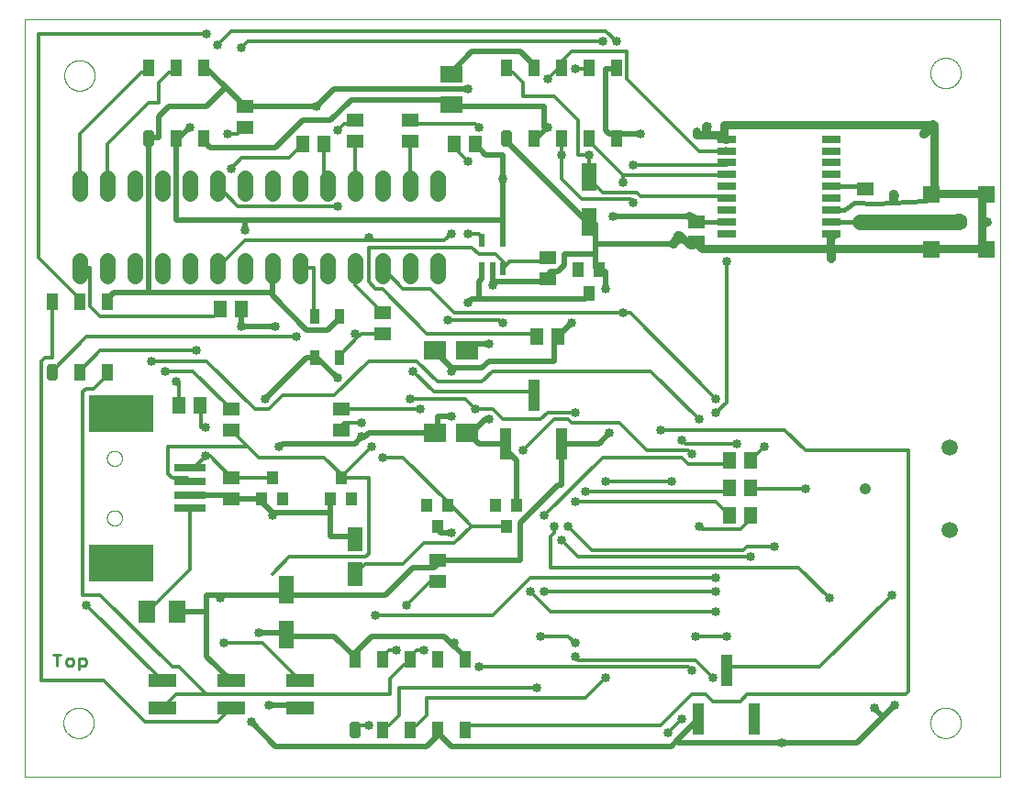
<source format=gbr>
G75*
%MOIN*%
%OFA0B0*%
%FSLAX25Y25*%
%IPPOS*%
%LPD*%
%AMOC8*
5,1,8,0,0,1.08239X$1,22.5*
%
%ADD10C,0.00000*%
%ADD11C,0.01000*%
%ADD12C,0.05562*%
%ADD13R,0.05512X0.10236*%
%ADD14R,0.03937X0.04724*%
%ADD15R,0.06299X0.07874*%
%ADD16R,0.07874X0.06299*%
%ADD17R,0.10000X0.05000*%
%ADD18R,0.03937X0.11811*%
%ADD19R,0.03937X0.05906*%
%ADD20C,0.01969*%
%ADD21R,0.07100X0.02800*%
%ADD22R,0.05906X0.05118*%
%ADD23R,0.06299X0.04724*%
%ADD24R,0.05118X0.05906*%
%ADD25R,0.05512X0.08661*%
%ADD26R,0.03937X0.05512*%
%ADD27R,0.08465X0.07087*%
%ADD28C,0.06299*%
%ADD29R,0.06299X0.06299*%
%ADD30R,0.02200X0.05000*%
%ADD31R,0.03543X0.05512*%
%ADD32C,0.05906*%
%ADD33C,0.04173*%
%ADD34R,0.23780X0.13386*%
%ADD35R,0.11811X0.02756*%
%ADD36C,0.03000*%
%ADD37C,0.01600*%
%ADD38C,0.03346*%
%ADD39C,0.03200*%
%ADD40C,0.02000*%
%ADD41C,0.01181*%
%ADD42C,0.05600*%
D10*
X0055902Y0001256D02*
X0055902Y0276846D01*
X0410233Y0276846D01*
X0410233Y0001256D01*
X0055902Y0001256D01*
X0070075Y0020941D02*
X0070077Y0021089D01*
X0070083Y0021237D01*
X0070093Y0021385D01*
X0070107Y0021532D01*
X0070125Y0021679D01*
X0070146Y0021825D01*
X0070172Y0021971D01*
X0070202Y0022116D01*
X0070235Y0022260D01*
X0070273Y0022403D01*
X0070314Y0022545D01*
X0070359Y0022686D01*
X0070407Y0022826D01*
X0070460Y0022965D01*
X0070516Y0023102D01*
X0070576Y0023237D01*
X0070639Y0023371D01*
X0070706Y0023503D01*
X0070777Y0023633D01*
X0070851Y0023761D01*
X0070928Y0023887D01*
X0071009Y0024011D01*
X0071093Y0024133D01*
X0071180Y0024252D01*
X0071271Y0024369D01*
X0071365Y0024484D01*
X0071461Y0024596D01*
X0071561Y0024706D01*
X0071663Y0024812D01*
X0071769Y0024916D01*
X0071877Y0025017D01*
X0071988Y0025115D01*
X0072101Y0025211D01*
X0072217Y0025303D01*
X0072335Y0025392D01*
X0072456Y0025477D01*
X0072579Y0025560D01*
X0072704Y0025639D01*
X0072831Y0025715D01*
X0072960Y0025787D01*
X0073091Y0025856D01*
X0073224Y0025921D01*
X0073359Y0025982D01*
X0073495Y0026040D01*
X0073632Y0026095D01*
X0073771Y0026145D01*
X0073912Y0026192D01*
X0074053Y0026235D01*
X0074196Y0026275D01*
X0074340Y0026310D01*
X0074484Y0026342D01*
X0074630Y0026369D01*
X0074776Y0026393D01*
X0074923Y0026413D01*
X0075070Y0026429D01*
X0075217Y0026441D01*
X0075365Y0026449D01*
X0075513Y0026453D01*
X0075661Y0026453D01*
X0075809Y0026449D01*
X0075957Y0026441D01*
X0076104Y0026429D01*
X0076251Y0026413D01*
X0076398Y0026393D01*
X0076544Y0026369D01*
X0076690Y0026342D01*
X0076834Y0026310D01*
X0076978Y0026275D01*
X0077121Y0026235D01*
X0077262Y0026192D01*
X0077403Y0026145D01*
X0077542Y0026095D01*
X0077679Y0026040D01*
X0077815Y0025982D01*
X0077950Y0025921D01*
X0078083Y0025856D01*
X0078214Y0025787D01*
X0078343Y0025715D01*
X0078470Y0025639D01*
X0078595Y0025560D01*
X0078718Y0025477D01*
X0078839Y0025392D01*
X0078957Y0025303D01*
X0079073Y0025211D01*
X0079186Y0025115D01*
X0079297Y0025017D01*
X0079405Y0024916D01*
X0079511Y0024812D01*
X0079613Y0024706D01*
X0079713Y0024596D01*
X0079809Y0024484D01*
X0079903Y0024369D01*
X0079994Y0024252D01*
X0080081Y0024133D01*
X0080165Y0024011D01*
X0080246Y0023887D01*
X0080323Y0023761D01*
X0080397Y0023633D01*
X0080468Y0023503D01*
X0080535Y0023371D01*
X0080598Y0023237D01*
X0080658Y0023102D01*
X0080714Y0022965D01*
X0080767Y0022826D01*
X0080815Y0022686D01*
X0080860Y0022545D01*
X0080901Y0022403D01*
X0080939Y0022260D01*
X0080972Y0022116D01*
X0081002Y0021971D01*
X0081028Y0021825D01*
X0081049Y0021679D01*
X0081067Y0021532D01*
X0081081Y0021385D01*
X0081091Y0021237D01*
X0081097Y0021089D01*
X0081099Y0020941D01*
X0081097Y0020793D01*
X0081091Y0020645D01*
X0081081Y0020497D01*
X0081067Y0020350D01*
X0081049Y0020203D01*
X0081028Y0020057D01*
X0081002Y0019911D01*
X0080972Y0019766D01*
X0080939Y0019622D01*
X0080901Y0019479D01*
X0080860Y0019337D01*
X0080815Y0019196D01*
X0080767Y0019056D01*
X0080714Y0018917D01*
X0080658Y0018780D01*
X0080598Y0018645D01*
X0080535Y0018511D01*
X0080468Y0018379D01*
X0080397Y0018249D01*
X0080323Y0018121D01*
X0080246Y0017995D01*
X0080165Y0017871D01*
X0080081Y0017749D01*
X0079994Y0017630D01*
X0079903Y0017513D01*
X0079809Y0017398D01*
X0079713Y0017286D01*
X0079613Y0017176D01*
X0079511Y0017070D01*
X0079405Y0016966D01*
X0079297Y0016865D01*
X0079186Y0016767D01*
X0079073Y0016671D01*
X0078957Y0016579D01*
X0078839Y0016490D01*
X0078718Y0016405D01*
X0078595Y0016322D01*
X0078470Y0016243D01*
X0078343Y0016167D01*
X0078214Y0016095D01*
X0078083Y0016026D01*
X0077950Y0015961D01*
X0077815Y0015900D01*
X0077679Y0015842D01*
X0077542Y0015787D01*
X0077403Y0015737D01*
X0077262Y0015690D01*
X0077121Y0015647D01*
X0076978Y0015607D01*
X0076834Y0015572D01*
X0076690Y0015540D01*
X0076544Y0015513D01*
X0076398Y0015489D01*
X0076251Y0015469D01*
X0076104Y0015453D01*
X0075957Y0015441D01*
X0075809Y0015433D01*
X0075661Y0015429D01*
X0075513Y0015429D01*
X0075365Y0015433D01*
X0075217Y0015441D01*
X0075070Y0015453D01*
X0074923Y0015469D01*
X0074776Y0015489D01*
X0074630Y0015513D01*
X0074484Y0015540D01*
X0074340Y0015572D01*
X0074196Y0015607D01*
X0074053Y0015647D01*
X0073912Y0015690D01*
X0073771Y0015737D01*
X0073632Y0015787D01*
X0073495Y0015842D01*
X0073359Y0015900D01*
X0073224Y0015961D01*
X0073091Y0016026D01*
X0072960Y0016095D01*
X0072831Y0016167D01*
X0072704Y0016243D01*
X0072579Y0016322D01*
X0072456Y0016405D01*
X0072335Y0016490D01*
X0072217Y0016579D01*
X0072101Y0016671D01*
X0071988Y0016767D01*
X0071877Y0016865D01*
X0071769Y0016966D01*
X0071663Y0017070D01*
X0071561Y0017176D01*
X0071461Y0017286D01*
X0071365Y0017398D01*
X0071271Y0017513D01*
X0071180Y0017630D01*
X0071093Y0017749D01*
X0071009Y0017871D01*
X0070928Y0017995D01*
X0070851Y0018121D01*
X0070777Y0018249D01*
X0070706Y0018379D01*
X0070639Y0018511D01*
X0070576Y0018645D01*
X0070516Y0018780D01*
X0070460Y0018917D01*
X0070407Y0019056D01*
X0070359Y0019196D01*
X0070314Y0019337D01*
X0070273Y0019479D01*
X0070235Y0019622D01*
X0070202Y0019766D01*
X0070172Y0019911D01*
X0070146Y0020057D01*
X0070125Y0020203D01*
X0070107Y0020350D01*
X0070093Y0020497D01*
X0070083Y0020645D01*
X0070077Y0020793D01*
X0070075Y0020941D01*
X0085863Y0095429D02*
X0085865Y0095534D01*
X0085871Y0095639D01*
X0085881Y0095743D01*
X0085895Y0095847D01*
X0085913Y0095951D01*
X0085935Y0096053D01*
X0085960Y0096155D01*
X0085990Y0096256D01*
X0086023Y0096355D01*
X0086060Y0096453D01*
X0086101Y0096550D01*
X0086146Y0096645D01*
X0086194Y0096738D01*
X0086245Y0096830D01*
X0086301Y0096919D01*
X0086359Y0097006D01*
X0086421Y0097091D01*
X0086485Y0097174D01*
X0086553Y0097254D01*
X0086624Y0097331D01*
X0086698Y0097405D01*
X0086775Y0097477D01*
X0086854Y0097546D01*
X0086936Y0097611D01*
X0087020Y0097674D01*
X0087107Y0097733D01*
X0087196Y0097789D01*
X0087287Y0097842D01*
X0087380Y0097891D01*
X0087474Y0097936D01*
X0087570Y0097978D01*
X0087668Y0098016D01*
X0087767Y0098050D01*
X0087868Y0098081D01*
X0087969Y0098107D01*
X0088072Y0098130D01*
X0088175Y0098149D01*
X0088279Y0098164D01*
X0088383Y0098175D01*
X0088488Y0098182D01*
X0088593Y0098185D01*
X0088698Y0098184D01*
X0088803Y0098179D01*
X0088907Y0098170D01*
X0089011Y0098157D01*
X0089115Y0098140D01*
X0089218Y0098119D01*
X0089320Y0098094D01*
X0089421Y0098066D01*
X0089520Y0098033D01*
X0089619Y0097997D01*
X0089716Y0097957D01*
X0089811Y0097914D01*
X0089905Y0097866D01*
X0089997Y0097816D01*
X0090087Y0097762D01*
X0090175Y0097704D01*
X0090260Y0097643D01*
X0090343Y0097579D01*
X0090424Y0097512D01*
X0090502Y0097442D01*
X0090577Y0097368D01*
X0090649Y0097293D01*
X0090719Y0097214D01*
X0090785Y0097133D01*
X0090849Y0097049D01*
X0090909Y0096963D01*
X0090965Y0096875D01*
X0091019Y0096784D01*
X0091069Y0096692D01*
X0091115Y0096598D01*
X0091158Y0096502D01*
X0091197Y0096404D01*
X0091232Y0096306D01*
X0091263Y0096205D01*
X0091291Y0096104D01*
X0091315Y0096002D01*
X0091335Y0095899D01*
X0091351Y0095795D01*
X0091363Y0095691D01*
X0091371Y0095586D01*
X0091375Y0095481D01*
X0091375Y0095377D01*
X0091371Y0095272D01*
X0091363Y0095167D01*
X0091351Y0095063D01*
X0091335Y0094959D01*
X0091315Y0094856D01*
X0091291Y0094754D01*
X0091263Y0094653D01*
X0091232Y0094552D01*
X0091197Y0094454D01*
X0091158Y0094356D01*
X0091115Y0094260D01*
X0091069Y0094166D01*
X0091019Y0094074D01*
X0090965Y0093983D01*
X0090909Y0093895D01*
X0090849Y0093809D01*
X0090785Y0093725D01*
X0090719Y0093644D01*
X0090649Y0093565D01*
X0090577Y0093490D01*
X0090502Y0093416D01*
X0090424Y0093346D01*
X0090343Y0093279D01*
X0090260Y0093215D01*
X0090175Y0093154D01*
X0090087Y0093096D01*
X0089997Y0093042D01*
X0089905Y0092992D01*
X0089811Y0092944D01*
X0089716Y0092901D01*
X0089619Y0092861D01*
X0089520Y0092825D01*
X0089421Y0092792D01*
X0089320Y0092764D01*
X0089218Y0092739D01*
X0089115Y0092718D01*
X0089011Y0092701D01*
X0088907Y0092688D01*
X0088803Y0092679D01*
X0088698Y0092674D01*
X0088593Y0092673D01*
X0088488Y0092676D01*
X0088383Y0092683D01*
X0088279Y0092694D01*
X0088175Y0092709D01*
X0088072Y0092728D01*
X0087969Y0092751D01*
X0087868Y0092777D01*
X0087767Y0092808D01*
X0087668Y0092842D01*
X0087570Y0092880D01*
X0087474Y0092922D01*
X0087380Y0092967D01*
X0087287Y0093016D01*
X0087196Y0093069D01*
X0087107Y0093125D01*
X0087020Y0093184D01*
X0086936Y0093247D01*
X0086854Y0093312D01*
X0086775Y0093381D01*
X0086698Y0093453D01*
X0086624Y0093527D01*
X0086553Y0093604D01*
X0086485Y0093684D01*
X0086421Y0093767D01*
X0086359Y0093852D01*
X0086301Y0093939D01*
X0086245Y0094028D01*
X0086194Y0094120D01*
X0086146Y0094213D01*
X0086101Y0094308D01*
X0086060Y0094405D01*
X0086023Y0094503D01*
X0085990Y0094602D01*
X0085960Y0094703D01*
X0085935Y0094805D01*
X0085913Y0094907D01*
X0085895Y0095011D01*
X0085881Y0095115D01*
X0085871Y0095219D01*
X0085865Y0095324D01*
X0085863Y0095429D01*
X0085863Y0117083D02*
X0085865Y0117188D01*
X0085871Y0117293D01*
X0085881Y0117397D01*
X0085895Y0117501D01*
X0085913Y0117605D01*
X0085935Y0117707D01*
X0085960Y0117809D01*
X0085990Y0117910D01*
X0086023Y0118009D01*
X0086060Y0118107D01*
X0086101Y0118204D01*
X0086146Y0118299D01*
X0086194Y0118392D01*
X0086245Y0118484D01*
X0086301Y0118573D01*
X0086359Y0118660D01*
X0086421Y0118745D01*
X0086485Y0118828D01*
X0086553Y0118908D01*
X0086624Y0118985D01*
X0086698Y0119059D01*
X0086775Y0119131D01*
X0086854Y0119200D01*
X0086936Y0119265D01*
X0087020Y0119328D01*
X0087107Y0119387D01*
X0087196Y0119443D01*
X0087287Y0119496D01*
X0087380Y0119545D01*
X0087474Y0119590D01*
X0087570Y0119632D01*
X0087668Y0119670D01*
X0087767Y0119704D01*
X0087868Y0119735D01*
X0087969Y0119761D01*
X0088072Y0119784D01*
X0088175Y0119803D01*
X0088279Y0119818D01*
X0088383Y0119829D01*
X0088488Y0119836D01*
X0088593Y0119839D01*
X0088698Y0119838D01*
X0088803Y0119833D01*
X0088907Y0119824D01*
X0089011Y0119811D01*
X0089115Y0119794D01*
X0089218Y0119773D01*
X0089320Y0119748D01*
X0089421Y0119720D01*
X0089520Y0119687D01*
X0089619Y0119651D01*
X0089716Y0119611D01*
X0089811Y0119568D01*
X0089905Y0119520D01*
X0089997Y0119470D01*
X0090087Y0119416D01*
X0090175Y0119358D01*
X0090260Y0119297D01*
X0090343Y0119233D01*
X0090424Y0119166D01*
X0090502Y0119096D01*
X0090577Y0119022D01*
X0090649Y0118947D01*
X0090719Y0118868D01*
X0090785Y0118787D01*
X0090849Y0118703D01*
X0090909Y0118617D01*
X0090965Y0118529D01*
X0091019Y0118438D01*
X0091069Y0118346D01*
X0091115Y0118252D01*
X0091158Y0118156D01*
X0091197Y0118058D01*
X0091232Y0117960D01*
X0091263Y0117859D01*
X0091291Y0117758D01*
X0091315Y0117656D01*
X0091335Y0117553D01*
X0091351Y0117449D01*
X0091363Y0117345D01*
X0091371Y0117240D01*
X0091375Y0117135D01*
X0091375Y0117031D01*
X0091371Y0116926D01*
X0091363Y0116821D01*
X0091351Y0116717D01*
X0091335Y0116613D01*
X0091315Y0116510D01*
X0091291Y0116408D01*
X0091263Y0116307D01*
X0091232Y0116206D01*
X0091197Y0116108D01*
X0091158Y0116010D01*
X0091115Y0115914D01*
X0091069Y0115820D01*
X0091019Y0115728D01*
X0090965Y0115637D01*
X0090909Y0115549D01*
X0090849Y0115463D01*
X0090785Y0115379D01*
X0090719Y0115298D01*
X0090649Y0115219D01*
X0090577Y0115144D01*
X0090502Y0115070D01*
X0090424Y0115000D01*
X0090343Y0114933D01*
X0090260Y0114869D01*
X0090175Y0114808D01*
X0090087Y0114750D01*
X0089997Y0114696D01*
X0089905Y0114646D01*
X0089811Y0114598D01*
X0089716Y0114555D01*
X0089619Y0114515D01*
X0089520Y0114479D01*
X0089421Y0114446D01*
X0089320Y0114418D01*
X0089218Y0114393D01*
X0089115Y0114372D01*
X0089011Y0114355D01*
X0088907Y0114342D01*
X0088803Y0114333D01*
X0088698Y0114328D01*
X0088593Y0114327D01*
X0088488Y0114330D01*
X0088383Y0114337D01*
X0088279Y0114348D01*
X0088175Y0114363D01*
X0088072Y0114382D01*
X0087969Y0114405D01*
X0087868Y0114431D01*
X0087767Y0114462D01*
X0087668Y0114496D01*
X0087570Y0114534D01*
X0087474Y0114576D01*
X0087380Y0114621D01*
X0087287Y0114670D01*
X0087196Y0114723D01*
X0087107Y0114779D01*
X0087020Y0114838D01*
X0086936Y0114901D01*
X0086854Y0114966D01*
X0086775Y0115035D01*
X0086698Y0115107D01*
X0086624Y0115181D01*
X0086553Y0115258D01*
X0086485Y0115338D01*
X0086421Y0115421D01*
X0086359Y0115506D01*
X0086301Y0115593D01*
X0086245Y0115682D01*
X0086194Y0115774D01*
X0086146Y0115867D01*
X0086101Y0115962D01*
X0086060Y0116059D01*
X0086023Y0116157D01*
X0085990Y0116256D01*
X0085960Y0116357D01*
X0085935Y0116459D01*
X0085913Y0116561D01*
X0085895Y0116665D01*
X0085881Y0116769D01*
X0085871Y0116873D01*
X0085865Y0116978D01*
X0085863Y0117083D01*
X0070390Y0256256D02*
X0070392Y0256404D01*
X0070398Y0256552D01*
X0070408Y0256700D01*
X0070422Y0256847D01*
X0070440Y0256994D01*
X0070461Y0257140D01*
X0070487Y0257286D01*
X0070517Y0257431D01*
X0070550Y0257575D01*
X0070588Y0257718D01*
X0070629Y0257860D01*
X0070674Y0258001D01*
X0070722Y0258141D01*
X0070775Y0258280D01*
X0070831Y0258417D01*
X0070891Y0258552D01*
X0070954Y0258686D01*
X0071021Y0258818D01*
X0071092Y0258948D01*
X0071166Y0259076D01*
X0071243Y0259202D01*
X0071324Y0259326D01*
X0071408Y0259448D01*
X0071495Y0259567D01*
X0071586Y0259684D01*
X0071680Y0259799D01*
X0071776Y0259911D01*
X0071876Y0260021D01*
X0071978Y0260127D01*
X0072084Y0260231D01*
X0072192Y0260332D01*
X0072303Y0260430D01*
X0072416Y0260526D01*
X0072532Y0260618D01*
X0072650Y0260707D01*
X0072771Y0260792D01*
X0072894Y0260875D01*
X0073019Y0260954D01*
X0073146Y0261030D01*
X0073275Y0261102D01*
X0073406Y0261171D01*
X0073539Y0261236D01*
X0073674Y0261297D01*
X0073810Y0261355D01*
X0073947Y0261410D01*
X0074086Y0261460D01*
X0074227Y0261507D01*
X0074368Y0261550D01*
X0074511Y0261590D01*
X0074655Y0261625D01*
X0074799Y0261657D01*
X0074945Y0261684D01*
X0075091Y0261708D01*
X0075238Y0261728D01*
X0075385Y0261744D01*
X0075532Y0261756D01*
X0075680Y0261764D01*
X0075828Y0261768D01*
X0075976Y0261768D01*
X0076124Y0261764D01*
X0076272Y0261756D01*
X0076419Y0261744D01*
X0076566Y0261728D01*
X0076713Y0261708D01*
X0076859Y0261684D01*
X0077005Y0261657D01*
X0077149Y0261625D01*
X0077293Y0261590D01*
X0077436Y0261550D01*
X0077577Y0261507D01*
X0077718Y0261460D01*
X0077857Y0261410D01*
X0077994Y0261355D01*
X0078130Y0261297D01*
X0078265Y0261236D01*
X0078398Y0261171D01*
X0078529Y0261102D01*
X0078658Y0261030D01*
X0078785Y0260954D01*
X0078910Y0260875D01*
X0079033Y0260792D01*
X0079154Y0260707D01*
X0079272Y0260618D01*
X0079388Y0260526D01*
X0079501Y0260430D01*
X0079612Y0260332D01*
X0079720Y0260231D01*
X0079826Y0260127D01*
X0079928Y0260021D01*
X0080028Y0259911D01*
X0080124Y0259799D01*
X0080218Y0259684D01*
X0080309Y0259567D01*
X0080396Y0259448D01*
X0080480Y0259326D01*
X0080561Y0259202D01*
X0080638Y0259076D01*
X0080712Y0258948D01*
X0080783Y0258818D01*
X0080850Y0258686D01*
X0080913Y0258552D01*
X0080973Y0258417D01*
X0081029Y0258280D01*
X0081082Y0258141D01*
X0081130Y0258001D01*
X0081175Y0257860D01*
X0081216Y0257718D01*
X0081254Y0257575D01*
X0081287Y0257431D01*
X0081317Y0257286D01*
X0081343Y0257140D01*
X0081364Y0256994D01*
X0081382Y0256847D01*
X0081396Y0256700D01*
X0081406Y0256552D01*
X0081412Y0256404D01*
X0081414Y0256256D01*
X0081412Y0256108D01*
X0081406Y0255960D01*
X0081396Y0255812D01*
X0081382Y0255665D01*
X0081364Y0255518D01*
X0081343Y0255372D01*
X0081317Y0255226D01*
X0081287Y0255081D01*
X0081254Y0254937D01*
X0081216Y0254794D01*
X0081175Y0254652D01*
X0081130Y0254511D01*
X0081082Y0254371D01*
X0081029Y0254232D01*
X0080973Y0254095D01*
X0080913Y0253960D01*
X0080850Y0253826D01*
X0080783Y0253694D01*
X0080712Y0253564D01*
X0080638Y0253436D01*
X0080561Y0253310D01*
X0080480Y0253186D01*
X0080396Y0253064D01*
X0080309Y0252945D01*
X0080218Y0252828D01*
X0080124Y0252713D01*
X0080028Y0252601D01*
X0079928Y0252491D01*
X0079826Y0252385D01*
X0079720Y0252281D01*
X0079612Y0252180D01*
X0079501Y0252082D01*
X0079388Y0251986D01*
X0079272Y0251894D01*
X0079154Y0251805D01*
X0079033Y0251720D01*
X0078910Y0251637D01*
X0078785Y0251558D01*
X0078658Y0251482D01*
X0078529Y0251410D01*
X0078398Y0251341D01*
X0078265Y0251276D01*
X0078130Y0251215D01*
X0077994Y0251157D01*
X0077857Y0251102D01*
X0077718Y0251052D01*
X0077577Y0251005D01*
X0077436Y0250962D01*
X0077293Y0250922D01*
X0077149Y0250887D01*
X0077005Y0250855D01*
X0076859Y0250828D01*
X0076713Y0250804D01*
X0076566Y0250784D01*
X0076419Y0250768D01*
X0076272Y0250756D01*
X0076124Y0250748D01*
X0075976Y0250744D01*
X0075828Y0250744D01*
X0075680Y0250748D01*
X0075532Y0250756D01*
X0075385Y0250768D01*
X0075238Y0250784D01*
X0075091Y0250804D01*
X0074945Y0250828D01*
X0074799Y0250855D01*
X0074655Y0250887D01*
X0074511Y0250922D01*
X0074368Y0250962D01*
X0074227Y0251005D01*
X0074086Y0251052D01*
X0073947Y0251102D01*
X0073810Y0251157D01*
X0073674Y0251215D01*
X0073539Y0251276D01*
X0073406Y0251341D01*
X0073275Y0251410D01*
X0073146Y0251482D01*
X0073019Y0251558D01*
X0072894Y0251637D01*
X0072771Y0251720D01*
X0072650Y0251805D01*
X0072532Y0251894D01*
X0072416Y0251986D01*
X0072303Y0252082D01*
X0072192Y0252180D01*
X0072084Y0252281D01*
X0071978Y0252385D01*
X0071876Y0252491D01*
X0071776Y0252601D01*
X0071680Y0252713D01*
X0071586Y0252828D01*
X0071495Y0252945D01*
X0071408Y0253064D01*
X0071324Y0253186D01*
X0071243Y0253310D01*
X0071166Y0253436D01*
X0071092Y0253564D01*
X0071021Y0253694D01*
X0070954Y0253826D01*
X0070891Y0253960D01*
X0070831Y0254095D01*
X0070775Y0254232D01*
X0070722Y0254371D01*
X0070674Y0254511D01*
X0070629Y0254652D01*
X0070588Y0254794D01*
X0070550Y0254937D01*
X0070517Y0255081D01*
X0070487Y0255226D01*
X0070461Y0255372D01*
X0070440Y0255518D01*
X0070422Y0255665D01*
X0070408Y0255812D01*
X0070398Y0255960D01*
X0070392Y0256108D01*
X0070390Y0256256D01*
X0385036Y0257161D02*
X0385038Y0257309D01*
X0385044Y0257457D01*
X0385054Y0257605D01*
X0385068Y0257752D01*
X0385086Y0257899D01*
X0385107Y0258045D01*
X0385133Y0258191D01*
X0385163Y0258336D01*
X0385196Y0258480D01*
X0385234Y0258623D01*
X0385275Y0258765D01*
X0385320Y0258906D01*
X0385368Y0259046D01*
X0385421Y0259185D01*
X0385477Y0259322D01*
X0385537Y0259457D01*
X0385600Y0259591D01*
X0385667Y0259723D01*
X0385738Y0259853D01*
X0385812Y0259981D01*
X0385889Y0260107D01*
X0385970Y0260231D01*
X0386054Y0260353D01*
X0386141Y0260472D01*
X0386232Y0260589D01*
X0386326Y0260704D01*
X0386422Y0260816D01*
X0386522Y0260926D01*
X0386624Y0261032D01*
X0386730Y0261136D01*
X0386838Y0261237D01*
X0386949Y0261335D01*
X0387062Y0261431D01*
X0387178Y0261523D01*
X0387296Y0261612D01*
X0387417Y0261697D01*
X0387540Y0261780D01*
X0387665Y0261859D01*
X0387792Y0261935D01*
X0387921Y0262007D01*
X0388052Y0262076D01*
X0388185Y0262141D01*
X0388320Y0262202D01*
X0388456Y0262260D01*
X0388593Y0262315D01*
X0388732Y0262365D01*
X0388873Y0262412D01*
X0389014Y0262455D01*
X0389157Y0262495D01*
X0389301Y0262530D01*
X0389445Y0262562D01*
X0389591Y0262589D01*
X0389737Y0262613D01*
X0389884Y0262633D01*
X0390031Y0262649D01*
X0390178Y0262661D01*
X0390326Y0262669D01*
X0390474Y0262673D01*
X0390622Y0262673D01*
X0390770Y0262669D01*
X0390918Y0262661D01*
X0391065Y0262649D01*
X0391212Y0262633D01*
X0391359Y0262613D01*
X0391505Y0262589D01*
X0391651Y0262562D01*
X0391795Y0262530D01*
X0391939Y0262495D01*
X0392082Y0262455D01*
X0392223Y0262412D01*
X0392364Y0262365D01*
X0392503Y0262315D01*
X0392640Y0262260D01*
X0392776Y0262202D01*
X0392911Y0262141D01*
X0393044Y0262076D01*
X0393175Y0262007D01*
X0393304Y0261935D01*
X0393431Y0261859D01*
X0393556Y0261780D01*
X0393679Y0261697D01*
X0393800Y0261612D01*
X0393918Y0261523D01*
X0394034Y0261431D01*
X0394147Y0261335D01*
X0394258Y0261237D01*
X0394366Y0261136D01*
X0394472Y0261032D01*
X0394574Y0260926D01*
X0394674Y0260816D01*
X0394770Y0260704D01*
X0394864Y0260589D01*
X0394955Y0260472D01*
X0395042Y0260353D01*
X0395126Y0260231D01*
X0395207Y0260107D01*
X0395284Y0259981D01*
X0395358Y0259853D01*
X0395429Y0259723D01*
X0395496Y0259591D01*
X0395559Y0259457D01*
X0395619Y0259322D01*
X0395675Y0259185D01*
X0395728Y0259046D01*
X0395776Y0258906D01*
X0395821Y0258765D01*
X0395862Y0258623D01*
X0395900Y0258480D01*
X0395933Y0258336D01*
X0395963Y0258191D01*
X0395989Y0258045D01*
X0396010Y0257899D01*
X0396028Y0257752D01*
X0396042Y0257605D01*
X0396052Y0257457D01*
X0396058Y0257309D01*
X0396060Y0257161D01*
X0396058Y0257013D01*
X0396052Y0256865D01*
X0396042Y0256717D01*
X0396028Y0256570D01*
X0396010Y0256423D01*
X0395989Y0256277D01*
X0395963Y0256131D01*
X0395933Y0255986D01*
X0395900Y0255842D01*
X0395862Y0255699D01*
X0395821Y0255557D01*
X0395776Y0255416D01*
X0395728Y0255276D01*
X0395675Y0255137D01*
X0395619Y0255000D01*
X0395559Y0254865D01*
X0395496Y0254731D01*
X0395429Y0254599D01*
X0395358Y0254469D01*
X0395284Y0254341D01*
X0395207Y0254215D01*
X0395126Y0254091D01*
X0395042Y0253969D01*
X0394955Y0253850D01*
X0394864Y0253733D01*
X0394770Y0253618D01*
X0394674Y0253506D01*
X0394574Y0253396D01*
X0394472Y0253290D01*
X0394366Y0253186D01*
X0394258Y0253085D01*
X0394147Y0252987D01*
X0394034Y0252891D01*
X0393918Y0252799D01*
X0393800Y0252710D01*
X0393679Y0252625D01*
X0393556Y0252542D01*
X0393431Y0252463D01*
X0393304Y0252387D01*
X0393175Y0252315D01*
X0393044Y0252246D01*
X0392911Y0252181D01*
X0392776Y0252120D01*
X0392640Y0252062D01*
X0392503Y0252007D01*
X0392364Y0251957D01*
X0392223Y0251910D01*
X0392082Y0251867D01*
X0391939Y0251827D01*
X0391795Y0251792D01*
X0391651Y0251760D01*
X0391505Y0251733D01*
X0391359Y0251709D01*
X0391212Y0251689D01*
X0391065Y0251673D01*
X0390918Y0251661D01*
X0390770Y0251653D01*
X0390622Y0251649D01*
X0390474Y0251649D01*
X0390326Y0251653D01*
X0390178Y0251661D01*
X0390031Y0251673D01*
X0389884Y0251689D01*
X0389737Y0251709D01*
X0389591Y0251733D01*
X0389445Y0251760D01*
X0389301Y0251792D01*
X0389157Y0251827D01*
X0389014Y0251867D01*
X0388873Y0251910D01*
X0388732Y0251957D01*
X0388593Y0252007D01*
X0388456Y0252062D01*
X0388320Y0252120D01*
X0388185Y0252181D01*
X0388052Y0252246D01*
X0387921Y0252315D01*
X0387792Y0252387D01*
X0387665Y0252463D01*
X0387540Y0252542D01*
X0387417Y0252625D01*
X0387296Y0252710D01*
X0387178Y0252799D01*
X0387062Y0252891D01*
X0386949Y0252987D01*
X0386838Y0253085D01*
X0386730Y0253186D01*
X0386624Y0253290D01*
X0386522Y0253396D01*
X0386422Y0253506D01*
X0386326Y0253618D01*
X0386232Y0253733D01*
X0386141Y0253850D01*
X0386054Y0253969D01*
X0385970Y0254091D01*
X0385889Y0254215D01*
X0385812Y0254341D01*
X0385738Y0254469D01*
X0385667Y0254599D01*
X0385600Y0254731D01*
X0385537Y0254865D01*
X0385477Y0255000D01*
X0385421Y0255137D01*
X0385368Y0255276D01*
X0385320Y0255416D01*
X0385275Y0255557D01*
X0385234Y0255699D01*
X0385196Y0255842D01*
X0385163Y0255986D01*
X0385133Y0256131D01*
X0385107Y0256277D01*
X0385086Y0256423D01*
X0385068Y0256570D01*
X0385054Y0256717D01*
X0385044Y0256865D01*
X0385038Y0257013D01*
X0385036Y0257161D01*
X0385036Y0020941D02*
X0385038Y0021089D01*
X0385044Y0021237D01*
X0385054Y0021385D01*
X0385068Y0021532D01*
X0385086Y0021679D01*
X0385107Y0021825D01*
X0385133Y0021971D01*
X0385163Y0022116D01*
X0385196Y0022260D01*
X0385234Y0022403D01*
X0385275Y0022545D01*
X0385320Y0022686D01*
X0385368Y0022826D01*
X0385421Y0022965D01*
X0385477Y0023102D01*
X0385537Y0023237D01*
X0385600Y0023371D01*
X0385667Y0023503D01*
X0385738Y0023633D01*
X0385812Y0023761D01*
X0385889Y0023887D01*
X0385970Y0024011D01*
X0386054Y0024133D01*
X0386141Y0024252D01*
X0386232Y0024369D01*
X0386326Y0024484D01*
X0386422Y0024596D01*
X0386522Y0024706D01*
X0386624Y0024812D01*
X0386730Y0024916D01*
X0386838Y0025017D01*
X0386949Y0025115D01*
X0387062Y0025211D01*
X0387178Y0025303D01*
X0387296Y0025392D01*
X0387417Y0025477D01*
X0387540Y0025560D01*
X0387665Y0025639D01*
X0387792Y0025715D01*
X0387921Y0025787D01*
X0388052Y0025856D01*
X0388185Y0025921D01*
X0388320Y0025982D01*
X0388456Y0026040D01*
X0388593Y0026095D01*
X0388732Y0026145D01*
X0388873Y0026192D01*
X0389014Y0026235D01*
X0389157Y0026275D01*
X0389301Y0026310D01*
X0389445Y0026342D01*
X0389591Y0026369D01*
X0389737Y0026393D01*
X0389884Y0026413D01*
X0390031Y0026429D01*
X0390178Y0026441D01*
X0390326Y0026449D01*
X0390474Y0026453D01*
X0390622Y0026453D01*
X0390770Y0026449D01*
X0390918Y0026441D01*
X0391065Y0026429D01*
X0391212Y0026413D01*
X0391359Y0026393D01*
X0391505Y0026369D01*
X0391651Y0026342D01*
X0391795Y0026310D01*
X0391939Y0026275D01*
X0392082Y0026235D01*
X0392223Y0026192D01*
X0392364Y0026145D01*
X0392503Y0026095D01*
X0392640Y0026040D01*
X0392776Y0025982D01*
X0392911Y0025921D01*
X0393044Y0025856D01*
X0393175Y0025787D01*
X0393304Y0025715D01*
X0393431Y0025639D01*
X0393556Y0025560D01*
X0393679Y0025477D01*
X0393800Y0025392D01*
X0393918Y0025303D01*
X0394034Y0025211D01*
X0394147Y0025115D01*
X0394258Y0025017D01*
X0394366Y0024916D01*
X0394472Y0024812D01*
X0394574Y0024706D01*
X0394674Y0024596D01*
X0394770Y0024484D01*
X0394864Y0024369D01*
X0394955Y0024252D01*
X0395042Y0024133D01*
X0395126Y0024011D01*
X0395207Y0023887D01*
X0395284Y0023761D01*
X0395358Y0023633D01*
X0395429Y0023503D01*
X0395496Y0023371D01*
X0395559Y0023237D01*
X0395619Y0023102D01*
X0395675Y0022965D01*
X0395728Y0022826D01*
X0395776Y0022686D01*
X0395821Y0022545D01*
X0395862Y0022403D01*
X0395900Y0022260D01*
X0395933Y0022116D01*
X0395963Y0021971D01*
X0395989Y0021825D01*
X0396010Y0021679D01*
X0396028Y0021532D01*
X0396042Y0021385D01*
X0396052Y0021237D01*
X0396058Y0021089D01*
X0396060Y0020941D01*
X0396058Y0020793D01*
X0396052Y0020645D01*
X0396042Y0020497D01*
X0396028Y0020350D01*
X0396010Y0020203D01*
X0395989Y0020057D01*
X0395963Y0019911D01*
X0395933Y0019766D01*
X0395900Y0019622D01*
X0395862Y0019479D01*
X0395821Y0019337D01*
X0395776Y0019196D01*
X0395728Y0019056D01*
X0395675Y0018917D01*
X0395619Y0018780D01*
X0395559Y0018645D01*
X0395496Y0018511D01*
X0395429Y0018379D01*
X0395358Y0018249D01*
X0395284Y0018121D01*
X0395207Y0017995D01*
X0395126Y0017871D01*
X0395042Y0017749D01*
X0394955Y0017630D01*
X0394864Y0017513D01*
X0394770Y0017398D01*
X0394674Y0017286D01*
X0394574Y0017176D01*
X0394472Y0017070D01*
X0394366Y0016966D01*
X0394258Y0016865D01*
X0394147Y0016767D01*
X0394034Y0016671D01*
X0393918Y0016579D01*
X0393800Y0016490D01*
X0393679Y0016405D01*
X0393556Y0016322D01*
X0393431Y0016243D01*
X0393304Y0016167D01*
X0393175Y0016095D01*
X0393044Y0016026D01*
X0392911Y0015961D01*
X0392776Y0015900D01*
X0392640Y0015842D01*
X0392503Y0015787D01*
X0392364Y0015737D01*
X0392223Y0015690D01*
X0392082Y0015647D01*
X0391939Y0015607D01*
X0391795Y0015572D01*
X0391651Y0015540D01*
X0391505Y0015513D01*
X0391359Y0015489D01*
X0391212Y0015469D01*
X0391065Y0015453D01*
X0390918Y0015441D01*
X0390770Y0015433D01*
X0390622Y0015429D01*
X0390474Y0015429D01*
X0390326Y0015433D01*
X0390178Y0015441D01*
X0390031Y0015453D01*
X0389884Y0015469D01*
X0389737Y0015489D01*
X0389591Y0015513D01*
X0389445Y0015540D01*
X0389301Y0015572D01*
X0389157Y0015607D01*
X0389014Y0015647D01*
X0388873Y0015690D01*
X0388732Y0015737D01*
X0388593Y0015787D01*
X0388456Y0015842D01*
X0388320Y0015900D01*
X0388185Y0015961D01*
X0388052Y0016026D01*
X0387921Y0016095D01*
X0387792Y0016167D01*
X0387665Y0016243D01*
X0387540Y0016322D01*
X0387417Y0016405D01*
X0387296Y0016490D01*
X0387178Y0016579D01*
X0387062Y0016671D01*
X0386949Y0016767D01*
X0386838Y0016865D01*
X0386730Y0016966D01*
X0386624Y0017070D01*
X0386522Y0017176D01*
X0386422Y0017286D01*
X0386326Y0017398D01*
X0386232Y0017513D01*
X0386141Y0017630D01*
X0386054Y0017749D01*
X0385970Y0017871D01*
X0385889Y0017995D01*
X0385812Y0018121D01*
X0385738Y0018249D01*
X0385667Y0018379D01*
X0385600Y0018511D01*
X0385537Y0018645D01*
X0385477Y0018780D01*
X0385421Y0018917D01*
X0385368Y0019056D01*
X0385320Y0019196D01*
X0385275Y0019337D01*
X0385234Y0019479D01*
X0385196Y0019622D01*
X0385163Y0019766D01*
X0385133Y0019911D01*
X0385107Y0020057D01*
X0385086Y0020203D01*
X0385068Y0020350D01*
X0385054Y0020497D01*
X0385044Y0020645D01*
X0385038Y0020793D01*
X0385036Y0020941D01*
D11*
X0078279Y0042423D02*
X0077612Y0041756D01*
X0075610Y0041756D01*
X0075610Y0040421D02*
X0075610Y0044425D01*
X0077612Y0044425D01*
X0078279Y0043758D01*
X0078279Y0042423D01*
X0073675Y0042423D02*
X0073675Y0043758D01*
X0073008Y0044425D01*
X0071673Y0044425D01*
X0071006Y0043758D01*
X0071006Y0042423D01*
X0071673Y0041756D01*
X0073008Y0041756D01*
X0073675Y0042423D01*
X0069071Y0045759D02*
X0066402Y0045759D01*
X0067737Y0045759D02*
X0067737Y0041756D01*
D12*
X0075902Y0183475D02*
X0075902Y0189037D01*
X0085902Y0189037D02*
X0085902Y0183475D01*
X0095902Y0183475D02*
X0095902Y0189037D01*
X0105902Y0189037D02*
X0105902Y0183475D01*
X0115902Y0183475D02*
X0115902Y0189037D01*
X0125902Y0189037D02*
X0125902Y0183475D01*
X0135902Y0183475D02*
X0135902Y0189037D01*
X0145902Y0189037D02*
X0145902Y0183475D01*
X0155902Y0183475D02*
X0155902Y0189037D01*
X0165902Y0189037D02*
X0165902Y0183475D01*
X0175902Y0183475D02*
X0175902Y0189037D01*
X0185902Y0189037D02*
X0185902Y0183475D01*
X0195902Y0183475D02*
X0195902Y0189037D01*
X0205902Y0189037D02*
X0205902Y0183475D01*
X0205902Y0213475D02*
X0205902Y0219037D01*
X0195902Y0219037D02*
X0195902Y0213475D01*
X0185902Y0213475D02*
X0185902Y0219037D01*
X0175902Y0219037D02*
X0175902Y0213475D01*
X0165902Y0213475D02*
X0165902Y0219037D01*
X0155902Y0219037D02*
X0155902Y0213475D01*
X0145902Y0213475D02*
X0145902Y0219037D01*
X0135902Y0219037D02*
X0135902Y0213475D01*
X0125902Y0213475D02*
X0125902Y0219037D01*
X0115902Y0219037D02*
X0115902Y0213475D01*
X0105902Y0213475D02*
X0105902Y0219037D01*
X0095902Y0219037D02*
X0095902Y0213475D01*
X0085902Y0213475D02*
X0085902Y0219037D01*
X0075902Y0219037D02*
X0075902Y0213475D01*
D13*
X0260902Y0219327D03*
X0260902Y0203185D03*
X0150902Y0069327D03*
X0150902Y0053185D03*
D14*
X0205902Y0092319D03*
X0201965Y0100193D03*
X0209839Y0100193D03*
X0226965Y0100193D03*
X0234839Y0100193D03*
X0230902Y0092319D03*
X0174839Y0102319D03*
X0166965Y0102319D03*
X0170902Y0110193D03*
X0149839Y0102319D03*
X0141965Y0102319D03*
X0145902Y0110193D03*
D15*
X0111414Y0061256D03*
X0100390Y0061256D03*
D16*
X0210902Y0245744D03*
X0210902Y0256768D03*
D17*
X0155902Y0036256D03*
X0155902Y0026256D03*
X0130902Y0026256D03*
X0130902Y0036256D03*
X0105902Y0036256D03*
X0105902Y0026256D03*
D18*
X0230863Y0122398D03*
X0250942Y0122398D03*
X0240902Y0140114D03*
X0310902Y0040114D03*
X0300863Y0022398D03*
X0320942Y0022398D03*
D19*
X0215902Y0018461D03*
X0205902Y0018461D03*
X0195902Y0018461D03*
X0185902Y0018461D03*
X0185902Y0044051D03*
X0175902Y0044051D03*
X0195902Y0044051D03*
X0205902Y0044051D03*
X0215902Y0044051D03*
X0085902Y0148461D03*
X0075902Y0148461D03*
X0075902Y0174051D03*
X0065902Y0174051D03*
X0085902Y0174051D03*
X0110902Y0233461D03*
X0120902Y0233461D03*
X0120902Y0259051D03*
X0110902Y0259051D03*
X0100902Y0259051D03*
X0230902Y0259051D03*
X0240902Y0259051D03*
X0250902Y0259051D03*
X0260902Y0259051D03*
X0270902Y0259051D03*
X0270902Y0233461D03*
X0260902Y0233461D03*
X0250902Y0233461D03*
X0240902Y0233461D03*
D20*
X0229918Y0231492D02*
X0229918Y0235430D01*
X0231886Y0235430D01*
X0231886Y0231492D01*
X0229918Y0231492D01*
X0229918Y0233460D02*
X0231886Y0233460D01*
X0231886Y0235428D02*
X0229918Y0235428D01*
X0099918Y0235430D02*
X0099918Y0231492D01*
X0099918Y0235430D02*
X0101886Y0235430D01*
X0101886Y0231492D01*
X0099918Y0231492D01*
X0099918Y0233460D02*
X0101886Y0233460D01*
X0101886Y0235428D02*
X0099918Y0235428D01*
X0064918Y0150430D02*
X0064918Y0146492D01*
X0064918Y0150430D02*
X0066886Y0150430D01*
X0066886Y0146492D01*
X0064918Y0146492D01*
X0064918Y0148460D02*
X0066886Y0148460D01*
X0066886Y0150428D02*
X0064918Y0150428D01*
X0174918Y0020430D02*
X0174918Y0016492D01*
X0174918Y0020430D02*
X0176886Y0020430D01*
X0176886Y0016492D01*
X0174918Y0016492D01*
X0174918Y0018460D02*
X0176886Y0018460D01*
X0176886Y0020428D02*
X0174918Y0020428D01*
D21*
X0310984Y0198758D03*
X0310984Y0203058D03*
X0310984Y0207358D03*
X0310984Y0211658D03*
X0310984Y0215958D03*
X0310984Y0220258D03*
X0310984Y0224558D03*
X0310984Y0228858D03*
X0310984Y0233158D03*
X0349149Y0233158D03*
X0349149Y0228858D03*
X0349149Y0224558D03*
X0349149Y0220258D03*
X0349149Y0215958D03*
X0349149Y0211658D03*
X0349149Y0207358D03*
X0349149Y0203058D03*
X0349149Y0198758D03*
D22*
X0299954Y0195539D03*
X0299954Y0203020D03*
X0245902Y0189996D03*
X0245902Y0182516D03*
X0185902Y0169996D03*
X0185902Y0162516D03*
X0170902Y0134996D03*
X0170902Y0127516D03*
X0130902Y0127516D03*
X0130902Y0134996D03*
X0130902Y0109996D03*
X0130902Y0102516D03*
X0205902Y0079996D03*
X0205902Y0072516D03*
X0195902Y0232516D03*
X0195902Y0239996D03*
X0175902Y0239996D03*
X0175902Y0232516D03*
X0135902Y0237516D03*
X0135902Y0244996D03*
D23*
X0361468Y0214909D03*
X0361468Y0203098D03*
D24*
X0249642Y0161256D03*
X0242162Y0161256D03*
X0312162Y0116256D03*
X0319642Y0116256D03*
X0319642Y0106256D03*
X0312162Y0106256D03*
X0312162Y0096256D03*
X0319642Y0096256D03*
X0219642Y0231256D03*
X0212162Y0231256D03*
X0164642Y0231256D03*
X0157162Y0231256D03*
X0134642Y0171256D03*
X0127162Y0171256D03*
X0119642Y0136256D03*
X0112162Y0136256D03*
D25*
X0175902Y0087555D03*
X0175902Y0074957D03*
D26*
X0260902Y0176925D03*
X0257162Y0185587D03*
X0264642Y0185587D03*
D27*
X0216709Y0156256D03*
X0205095Y0156256D03*
X0205095Y0126256D03*
X0216709Y0126256D03*
D28*
X0395433Y0203095D03*
D29*
X0405433Y0213095D03*
X0385433Y0213095D03*
X0385433Y0193095D03*
X0405433Y0193095D03*
D30*
X0229602Y0196356D03*
X0222202Y0196356D03*
X0222202Y0186156D03*
X0225902Y0186156D03*
X0229602Y0186156D03*
D31*
X0170430Y0168736D03*
X0161375Y0168736D03*
X0161375Y0153776D03*
X0170430Y0153776D03*
D32*
X0392123Y0121020D03*
X0392123Y0091098D03*
D33*
X0361414Y0106059D03*
D34*
X0090902Y0079012D03*
X0090902Y0133500D03*
D35*
X0116178Y0113618D03*
X0116178Y0108697D03*
X0116178Y0103815D03*
X0116178Y0098894D03*
D36*
X0292951Y0197083D02*
X0293816Y0196583D01*
X0294754Y0197521D01*
X0293816Y0198458D01*
X0294754Y0197521D02*
X0297566Y0194708D01*
X0299954Y0195539D01*
X0298816Y0194708D01*
X0300066Y0195333D02*
X0299954Y0195539D01*
X0300066Y0195333D02*
X0301941Y0193458D01*
X0348816Y0193458D01*
X0348816Y0192208D01*
X0349023Y0192222D01*
X0348816Y0193458D02*
X0348816Y0194708D01*
X0348867Y0194709D01*
X0348816Y0198441D01*
X0350066Y0198458D01*
X0349149Y0198758D01*
X0348816Y0198458D02*
X0348816Y0198441D01*
X0348867Y0194709D02*
X0348884Y0193492D01*
X0348816Y0193458D02*
X0386316Y0193458D01*
X0385433Y0193095D01*
X0385066Y0193458D01*
X0386316Y0193458D02*
X0405066Y0193458D01*
X0405433Y0193095D01*
X0403816Y0194708D01*
X0403816Y0202208D01*
X0405580Y0203055D01*
X0403816Y0202208D02*
X0403816Y0212208D01*
X0405433Y0213095D01*
X0405066Y0213458D01*
X0386316Y0213458D01*
X0385433Y0213095D01*
X0386316Y0215958D01*
X0386316Y0236583D01*
X0385066Y0236583D01*
X0384742Y0236923D01*
X0386316Y0236583D02*
X0386316Y0238458D01*
X0310066Y0238458D01*
X0310066Y0234708D01*
X0303816Y0234708D01*
X0303816Y0235958D01*
X0303779Y0234780D01*
X0303816Y0234708D02*
X0300066Y0234708D01*
X0300066Y0235958D01*
X0308816Y0233458D02*
X0310984Y0233158D01*
X0310066Y0233458D01*
X0310066Y0234708D01*
X0297536Y0205488D02*
X0299954Y0203020D01*
X0298816Y0204708D01*
X0299441Y0203458D02*
X0299954Y0203020D01*
X0371669Y0213125D02*
X0371941Y0212833D01*
X0371831Y0212837D01*
X0385433Y0213095D02*
X0386316Y0214708D01*
D37*
X0385433Y0213095D02*
X0383271Y0213095D01*
X0383271Y0210736D01*
X0365056Y0209803D01*
X0357375Y0209868D01*
X0353711Y0207332D01*
X0351975Y0207358D01*
X0349149Y0207358D01*
X0349131Y0203037D02*
X0350064Y0203033D01*
X0356705Y0203007D01*
X0361468Y0214909D02*
X0361316Y0215958D01*
X0349149Y0215958D01*
X0310984Y0203058D02*
X0310945Y0203020D01*
X0299954Y0203020D01*
D38*
X0291823Y0195122D03*
X0310902Y0188756D03*
X0349063Y0189904D03*
X0371669Y0213125D03*
X0382792Y0234962D03*
X0405580Y0203055D03*
X0307152Y0138756D03*
X0307152Y0133756D03*
X0300902Y0131256D03*
X0294652Y0123756D03*
X0298402Y0118756D03*
X0287152Y0127506D03*
X0268402Y0126256D03*
X0255902Y0133756D03*
X0237152Y0120006D03*
X0224652Y0131256D03*
X0219652Y0135006D03*
X0210902Y0132506D03*
X0199652Y0135006D03*
X0195902Y0138756D03*
X0197152Y0148756D03*
X0210902Y0148756D03*
X0224652Y0158756D03*
X0229652Y0166256D03*
X0217152Y0173756D03*
X0209652Y0167506D03*
X0225902Y0180006D03*
X0217152Y0198756D03*
X0210902Y0198756D03*
X0229652Y0218756D03*
X0217152Y0225006D03*
X0220902Y0237506D03*
X0217152Y0251256D03*
X0245902Y0255006D03*
X0255902Y0258756D03*
X0265902Y0268756D03*
X0270902Y0268756D03*
X0245902Y0237506D03*
X0250902Y0227506D03*
X0260902Y0227506D03*
X0273402Y0217506D03*
X0277152Y0223756D03*
X0279652Y0235006D03*
X0303910Y0237837D03*
X0277152Y0210006D03*
X0269652Y0205006D03*
X0267152Y0178756D03*
X0273402Y0170006D03*
X0254652Y0166256D03*
X0314652Y0122506D03*
X0324652Y0121256D03*
X0339698Y0106028D03*
X0328402Y0085006D03*
X0319652Y0081256D03*
X0307152Y0073756D03*
X0307152Y0068756D03*
X0307152Y0061256D03*
X0310902Y0052506D03*
X0299652Y0052506D03*
X0298402Y0040006D03*
X0305902Y0037506D03*
X0294652Y0022506D03*
X0289652Y0017506D03*
X0267152Y0037506D03*
X0255902Y0045006D03*
X0255902Y0050006D03*
X0243402Y0052506D03*
X0244652Y0068756D03*
X0239652Y0068756D03*
X0250902Y0087506D03*
X0248402Y0092506D03*
X0253402Y0092506D03*
X0255902Y0101256D03*
X0259652Y0105006D03*
X0267152Y0108756D03*
X0290902Y0108756D03*
X0300902Y0092506D03*
X0348402Y0066256D03*
X0370902Y0067506D03*
X0372152Y0027506D03*
X0364652Y0026256D03*
X0330902Y0013756D03*
X0242152Y0033756D03*
X0220902Y0041256D03*
X0212152Y0050006D03*
X0200902Y0047506D03*
X0190902Y0047506D03*
X0183402Y0060006D03*
X0194652Y0063756D03*
X0210902Y0090006D03*
X0244652Y0096256D03*
X0185902Y0117506D03*
X0182152Y0121256D03*
X0178402Y0125006D03*
X0178402Y0130006D03*
X0169652Y0146256D03*
X0175902Y0162506D03*
X0154652Y0161256D03*
X0147152Y0165006D03*
X0134652Y0165006D03*
X0118402Y0156256D03*
X0107152Y0148756D03*
X0110902Y0145006D03*
X0102152Y0152506D03*
X0121847Y0128224D03*
X0121847Y0117890D03*
X0148402Y0121256D03*
X0143402Y0138756D03*
X0145902Y0096256D03*
X0127152Y0066256D03*
X0140902Y0053756D03*
X0128245Y0049976D03*
X0144652Y0027506D03*
X0138402Y0021256D03*
X0180902Y0020006D03*
X0078402Y0063756D03*
X0135902Y0200006D03*
X0130902Y0222506D03*
X0129652Y0235006D03*
X0115902Y0237506D03*
X0134652Y0266256D03*
X0125902Y0267506D03*
X0122152Y0271256D03*
X0162152Y0245006D03*
X0169652Y0236256D03*
X0169652Y0208756D03*
X0180902Y0197506D03*
D39*
X0291853Y0195181D02*
X0292951Y0197083D01*
X0293409Y0197876D01*
X0303779Y0234780D02*
X0303779Y0237814D01*
X0348947Y0193354D02*
X0349023Y0192222D01*
X0349188Y0189777D01*
X0371762Y0211089D02*
X0371831Y0212837D01*
X0371842Y0213128D01*
X0382669Y0234944D02*
X0384742Y0236923D01*
X0386181Y0238296D01*
D40*
X0299954Y0203020D02*
X0297152Y0205006D01*
X0269652Y0205006D01*
X0263402Y0202506D02*
X0260902Y0202506D01*
X0260902Y0203185D01*
X0260902Y0203756D01*
X0259652Y0203756D01*
X0230902Y0232506D01*
X0230902Y0233461D01*
X0229652Y0227506D02*
X0223402Y0227506D01*
X0219652Y0231256D01*
X0219642Y0231256D01*
X0229652Y0227506D02*
X0229652Y0218756D01*
X0229652Y0203756D01*
X0135902Y0203756D01*
X0135902Y0200006D01*
X0135902Y0203756D02*
X0110902Y0203756D01*
X0110902Y0233461D01*
X0110902Y0233756D01*
X0112152Y0233756D01*
X0115902Y0237506D01*
X0120902Y0233461D02*
X0120902Y0232506D01*
X0123402Y0230006D01*
X0147152Y0230006D01*
X0157152Y0240006D01*
X0167152Y0240006D01*
X0174652Y0247506D01*
X0209652Y0247506D01*
X0210902Y0246256D01*
X0210902Y0245744D01*
X0210902Y0245006D01*
X0244652Y0245006D01*
X0244652Y0237506D01*
X0245902Y0237506D01*
X0242152Y0233756D01*
X0240902Y0233756D01*
X0240902Y0233461D01*
X0217152Y0251256D02*
X0168402Y0251256D01*
X0162152Y0245006D01*
X0135902Y0245006D01*
X0135902Y0244996D01*
X0135902Y0245006D02*
X0129027Y0251881D01*
X0122152Y0245006D01*
X0108402Y0245006D01*
X0104652Y0241256D01*
X0104652Y0233756D01*
X0100902Y0233756D01*
X0100902Y0233461D01*
X0100902Y0177506D01*
X0088402Y0177506D01*
X0085902Y0175006D01*
X0085902Y0174051D01*
X0100902Y0177506D02*
X0145902Y0177506D01*
X0145902Y0176256D01*
X0158402Y0163756D01*
X0165902Y0163756D01*
X0169652Y0167506D01*
X0170430Y0168736D01*
X0162152Y0153756D02*
X0161375Y0153776D01*
X0160902Y0153756D01*
X0158402Y0153756D01*
X0143402Y0138756D01*
X0162152Y0153756D02*
X0169652Y0146256D01*
X0180902Y0126256D02*
X0205095Y0126256D01*
X0205902Y0126256D01*
X0205902Y0132506D01*
X0210902Y0132506D01*
X0216709Y0126256D02*
X0218402Y0126256D01*
X0223402Y0131256D01*
X0224652Y0131256D01*
X0217152Y0126256D02*
X0220902Y0122506D01*
X0229652Y0122506D01*
X0230863Y0122398D01*
X0229652Y0121256D01*
X0234652Y0116256D01*
X0234652Y0101256D01*
X0234839Y0100193D01*
X0235902Y0093756D02*
X0235902Y0080006D01*
X0205902Y0080006D01*
X0205902Y0079996D01*
X0205902Y0078756D01*
X0204652Y0077506D01*
X0197152Y0077506D01*
X0187152Y0067506D01*
X0152152Y0067506D01*
X0150902Y0068756D01*
X0150902Y0069327D01*
X0150902Y0067506D01*
X0127152Y0067506D01*
X0127152Y0066256D01*
X0127152Y0067506D02*
X0122152Y0067506D01*
X0122152Y0061295D01*
X0111512Y0061295D01*
X0111414Y0061256D01*
X0122152Y0061295D02*
X0122152Y0045006D01*
X0130902Y0036256D01*
X0144652Y0027506D02*
X0154652Y0027506D01*
X0155902Y0026256D01*
X0147152Y0012506D02*
X0138402Y0021256D01*
X0147152Y0012506D02*
X0202152Y0012506D01*
X0205902Y0016256D01*
X0205902Y0018461D01*
X0205902Y0017506D01*
X0210902Y0012506D01*
X0290902Y0012506D01*
X0292777Y0014381D01*
X0293402Y0013756D01*
X0330902Y0013756D01*
X0358402Y0013756D01*
X0367777Y0023131D01*
X0364652Y0026256D01*
X0367777Y0023131D02*
X0372152Y0027506D01*
X0300863Y0022398D02*
X0299652Y0021256D01*
X0292777Y0014381D01*
X0215902Y0044051D02*
X0215902Y0045006D01*
X0211527Y0049381D01*
X0212152Y0050006D01*
X0211527Y0049381D02*
X0208402Y0052506D01*
X0182152Y0052506D01*
X0175902Y0046256D01*
X0175902Y0044051D01*
X0175902Y0045006D01*
X0168402Y0052506D01*
X0150902Y0052506D01*
X0150902Y0053185D01*
X0150902Y0053756D01*
X0140902Y0053756D01*
X0167152Y0088756D02*
X0175902Y0088756D01*
X0175902Y0087555D01*
X0167152Y0088756D02*
X0167152Y0097506D01*
X0145902Y0097506D01*
X0145902Y0096256D01*
X0145902Y0097506D02*
X0142152Y0101256D01*
X0141965Y0102319D01*
X0140902Y0102506D01*
X0130902Y0102506D01*
X0130902Y0102516D01*
X0130213Y0103618D01*
X0116434Y0103618D01*
X0116178Y0103815D01*
X0130902Y0103756D02*
X0130902Y0102516D01*
X0148402Y0121256D02*
X0149652Y0122506D01*
X0175902Y0122506D01*
X0178402Y0125006D01*
X0179652Y0125006D01*
X0180902Y0126256D01*
X0166965Y0102319D02*
X0167152Y0101256D01*
X0167152Y0097506D01*
X0205902Y0092319D02*
X0205902Y0091256D01*
X0207152Y0090006D01*
X0210902Y0090006D01*
X0235902Y0093756D02*
X0249652Y0107506D01*
X0250902Y0107506D01*
X0250902Y0121256D01*
X0250942Y0122398D01*
X0252152Y0122506D01*
X0264652Y0122506D01*
X0268402Y0126256D01*
X0248402Y0152506D02*
X0224652Y0152506D01*
X0222152Y0150006D01*
X0210902Y0150006D01*
X0210902Y0148756D01*
X0210902Y0150006D02*
X0204652Y0156256D01*
X0205095Y0156256D01*
X0216709Y0156256D02*
X0217152Y0156256D01*
X0219652Y0158756D01*
X0224652Y0158756D01*
X0217152Y0173756D02*
X0218402Y0175006D01*
X0220902Y0175006D01*
X0259652Y0175006D01*
X0260902Y0176256D01*
X0260902Y0176925D01*
X0267152Y0178756D02*
X0267152Y0185006D01*
X0264652Y0185006D01*
X0264642Y0185587D01*
X0263402Y0186256D01*
X0263402Y0191256D01*
X0252152Y0191256D01*
X0252152Y0187506D01*
X0249652Y0185006D01*
X0247152Y0185006D01*
X0245902Y0183756D01*
X0245902Y0182516D01*
X0245902Y0182506D01*
X0244652Y0181256D01*
X0225902Y0181256D01*
X0225902Y0180006D01*
X0225902Y0181256D02*
X0225902Y0186156D01*
X0222202Y0186156D02*
X0222152Y0185006D01*
X0222152Y0182506D01*
X0220902Y0181256D01*
X0220902Y0175006D01*
X0229602Y0196356D02*
X0229652Y0197506D01*
X0229652Y0203756D01*
X0263402Y0202506D02*
X0263402Y0195006D01*
X0290902Y0195006D01*
X0291823Y0195122D01*
X0263402Y0195006D02*
X0263402Y0191256D01*
X0254652Y0166256D02*
X0249652Y0161256D01*
X0249642Y0161256D01*
X0248402Y0161256D01*
X0248402Y0152506D01*
X0217152Y0126256D02*
X0216709Y0126256D01*
X0147152Y0165006D02*
X0134652Y0165006D01*
X0134652Y0171256D01*
X0134642Y0171256D01*
X0145902Y0177506D02*
X0145902Y0186256D01*
X0129027Y0251881D02*
X0122152Y0258756D01*
X0120902Y0258756D01*
X0120902Y0259051D01*
X0210902Y0257506D02*
X0210902Y0256768D01*
X0210902Y0257506D02*
X0218402Y0265006D01*
X0235902Y0265006D01*
X0240902Y0260006D01*
X0240902Y0259051D01*
X0267152Y0258756D02*
X0270902Y0258756D01*
X0270902Y0259051D01*
X0267152Y0258756D02*
X0267152Y0236256D01*
X0268402Y0235006D01*
X0269652Y0235006D01*
X0270902Y0233756D01*
X0270902Y0233461D01*
X0270902Y0235006D01*
X0279652Y0235006D01*
D41*
X0277152Y0223756D02*
X0310902Y0223756D01*
X0310984Y0224558D01*
X0310691Y0224708D01*
X0310902Y0228756D02*
X0310984Y0228858D01*
X0310823Y0229602D01*
X0310691Y0229083D02*
X0310984Y0228858D01*
X0310902Y0228756D02*
X0300902Y0228756D01*
X0274652Y0255006D01*
X0274652Y0265006D01*
X0254652Y0265006D01*
X0250902Y0261256D01*
X0250902Y0259051D01*
X0250902Y0258756D01*
X0249652Y0258756D01*
X0245902Y0255006D01*
X0248402Y0248756D02*
X0237152Y0248756D01*
X0237152Y0253756D01*
X0233402Y0257506D01*
X0232152Y0257506D01*
X0230902Y0258756D01*
X0230902Y0259051D01*
X0248402Y0248756D02*
X0257152Y0240006D01*
X0257152Y0227506D01*
X0260902Y0227506D01*
X0260902Y0219327D01*
X0260902Y0218756D01*
X0265902Y0213756D01*
X0278402Y0213756D01*
X0279652Y0212506D01*
X0309652Y0212506D01*
X0310984Y0211658D01*
X0310066Y0212208D01*
X0310691Y0212208D02*
X0310984Y0211658D01*
X0310066Y0219708D02*
X0310984Y0220258D01*
X0309652Y0220006D01*
X0273402Y0220006D01*
X0273402Y0217506D01*
X0273402Y0220006D02*
X0260902Y0232506D01*
X0260902Y0233461D01*
X0250902Y0233461D02*
X0250902Y0227506D01*
X0250902Y0218756D01*
X0258402Y0211256D01*
X0275902Y0211256D01*
X0277152Y0210006D01*
X0245902Y0189996D02*
X0245902Y0188756D01*
X0232152Y0188756D01*
X0230902Y0187506D01*
X0227152Y0191256D01*
X0220902Y0191256D01*
X0218402Y0193756D01*
X0180902Y0193756D01*
X0180902Y0181256D01*
X0183402Y0178756D01*
X0185902Y0178756D01*
X0202152Y0162506D01*
X0240902Y0162506D01*
X0242152Y0161256D01*
X0242162Y0161256D01*
X0229652Y0166256D02*
X0228402Y0167506D01*
X0209652Y0167506D01*
X0212152Y0170006D02*
X0203402Y0178756D01*
X0193402Y0178756D01*
X0185902Y0186256D01*
X0175902Y0186256D02*
X0175902Y0180006D01*
X0185902Y0170006D01*
X0185902Y0169996D01*
X0185902Y0162516D02*
X0185902Y0162506D01*
X0178402Y0162506D01*
X0177152Y0161256D01*
X0175902Y0162506D01*
X0177152Y0161256D02*
X0170902Y0155006D01*
X0170430Y0153776D01*
X0180902Y0152506D02*
X0168402Y0140006D01*
X0149652Y0140006D01*
X0144652Y0135006D01*
X0139652Y0135006D01*
X0122152Y0152506D01*
X0102152Y0152506D01*
X0107152Y0148756D02*
X0117152Y0148756D01*
X0129652Y0136256D01*
X0130902Y0134996D01*
X0130902Y0135006D01*
X0129652Y0136256D01*
X0119879Y0136098D02*
X0119642Y0136256D01*
X0119879Y0136098D02*
X0119879Y0128224D01*
X0121847Y0128224D01*
X0130902Y0127516D02*
X0130902Y0127506D01*
X0136842Y0121566D01*
X0136611Y0121335D01*
X0108068Y0121335D01*
X0108068Y0111492D01*
X0109544Y0110016D01*
X0114957Y0110016D01*
X0115942Y0109031D01*
X0116178Y0108697D01*
X0116178Y0113618D02*
X0116434Y0113953D01*
X0117910Y0113953D01*
X0121847Y0117890D01*
X0123323Y0117890D01*
X0130705Y0110508D01*
X0130902Y0109996D01*
X0130902Y0110006D01*
X0145902Y0110006D01*
X0145902Y0110193D01*
X0140902Y0117506D02*
X0136842Y0121566D01*
X0140902Y0117506D02*
X0164652Y0117506D01*
X0170902Y0111256D01*
X0170902Y0110193D01*
X0170902Y0110006D01*
X0180902Y0110006D01*
X0180902Y0082506D01*
X0179652Y0081256D01*
X0152152Y0081256D01*
X0145902Y0075006D01*
X0175902Y0075006D02*
X0175902Y0074957D01*
X0175902Y0075006D02*
X0179652Y0078756D01*
X0193402Y0078756D01*
X0200902Y0086256D01*
X0212152Y0086256D01*
X0218402Y0092506D01*
X0230902Y0092506D01*
X0230902Y0092319D01*
X0218402Y0092506D02*
X0210902Y0100006D01*
X0209839Y0100193D01*
X0209652Y0101256D01*
X0193402Y0117506D01*
X0185902Y0117506D01*
X0182152Y0121256D02*
X0172152Y0111256D01*
X0170902Y0111256D01*
X0170902Y0127516D02*
X0170902Y0128756D01*
X0172152Y0130006D01*
X0178402Y0130006D01*
X0170902Y0134996D02*
X0170902Y0135006D01*
X0199652Y0135006D01*
X0195902Y0138756D02*
X0215902Y0138756D01*
X0219652Y0135006D01*
X0225902Y0135006D01*
X0229652Y0131256D01*
X0243402Y0131256D01*
X0245902Y0133756D01*
X0255902Y0133756D01*
X0253402Y0131256D02*
X0248402Y0131256D01*
X0237152Y0120006D01*
X0253402Y0131256D02*
X0254652Y0130006D01*
X0272152Y0130006D01*
X0282152Y0120006D01*
X0297152Y0120006D01*
X0298402Y0118756D01*
X0297152Y0115006D02*
X0294652Y0117506D01*
X0265902Y0117506D01*
X0244652Y0096256D01*
X0248402Y0092506D02*
X0248402Y0090006D01*
X0247152Y0088756D01*
X0247152Y0077506D01*
X0337152Y0077506D01*
X0348402Y0066256D01*
X0370902Y0067506D02*
X0344652Y0041256D01*
X0310902Y0041256D01*
X0310902Y0040114D01*
X0305902Y0037506D02*
X0299652Y0043756D01*
X0257152Y0043756D01*
X0255902Y0045006D01*
X0255902Y0050006D02*
X0253402Y0052506D01*
X0243402Y0052506D01*
X0247152Y0061256D02*
X0307152Y0061256D01*
X0307152Y0068756D02*
X0244652Y0068756D01*
X0239652Y0068756D02*
X0247152Y0061256D01*
X0239652Y0073756D02*
X0307152Y0073756D01*
X0317152Y0083756D02*
X0318402Y0085006D01*
X0328402Y0085006D01*
X0319652Y0081256D02*
X0257152Y0081256D01*
X0250902Y0087506D01*
X0253402Y0092506D02*
X0262152Y0083756D01*
X0317152Y0083756D01*
X0315902Y0091256D02*
X0318402Y0093756D01*
X0318402Y0096256D01*
X0319642Y0096256D01*
X0315902Y0091256D02*
X0302152Y0091256D01*
X0300902Y0092506D01*
X0307152Y0101256D02*
X0255902Y0101256D01*
X0259652Y0105006D02*
X0310902Y0105006D01*
X0312152Y0106256D01*
X0312162Y0106256D01*
X0307152Y0101256D02*
X0312152Y0096256D01*
X0312162Y0096256D01*
X0319682Y0106079D02*
X0319642Y0106256D01*
X0319682Y0106079D02*
X0339859Y0106079D01*
X0339698Y0106028D01*
X0339652Y0120006D02*
X0332152Y0127506D01*
X0287152Y0127506D01*
X0294652Y0123756D02*
X0295902Y0122506D01*
X0314652Y0122506D01*
X0312162Y0116256D02*
X0312152Y0116256D01*
X0310902Y0115006D01*
X0297152Y0115006D01*
X0290902Y0108756D02*
X0267152Y0108756D01*
X0300902Y0131256D02*
X0283402Y0148756D01*
X0225902Y0148756D01*
X0222152Y0145006D01*
X0205902Y0145006D01*
X0198402Y0152506D01*
X0180902Y0152506D01*
X0197152Y0148756D02*
X0204652Y0141256D01*
X0240902Y0141256D01*
X0240902Y0140114D01*
X0212152Y0170006D02*
X0273402Y0170006D01*
X0275902Y0170006D01*
X0307152Y0138756D01*
X0310902Y0137506D02*
X0310902Y0188756D01*
X0349149Y0203058D02*
X0350066Y0203458D01*
X0350064Y0203033D01*
X0356705Y0203007D02*
X0357083Y0203028D01*
X0359498Y0203025D01*
X0361468Y0203098D02*
X0361512Y0203028D01*
X0361512Y0203023D01*
X0394203Y0202995D02*
X0394977Y0203028D01*
X0395433Y0203095D01*
X0310984Y0220258D02*
X0309839Y0220252D01*
X0310691Y0220333D02*
X0310984Y0220258D01*
X0260902Y0258756D02*
X0255902Y0258756D01*
X0260902Y0258756D02*
X0260902Y0259051D01*
X0265902Y0268756D02*
X0137152Y0268756D01*
X0134652Y0266256D01*
X0130902Y0272506D02*
X0125902Y0267506D01*
X0122152Y0271256D02*
X0060902Y0271256D01*
X0060902Y0190006D01*
X0075902Y0175006D01*
X0075902Y0174051D01*
X0079652Y0172506D02*
X0079652Y0186256D01*
X0075902Y0186256D01*
X0079652Y0172506D02*
X0083402Y0168756D01*
X0124652Y0168756D01*
X0127152Y0171256D01*
X0127162Y0171256D01*
X0125902Y0186256D02*
X0135902Y0196256D01*
X0180902Y0196256D01*
X0180902Y0197506D01*
X0180902Y0196256D02*
X0208402Y0196256D01*
X0210902Y0198756D01*
X0217152Y0198756D02*
X0220902Y0198756D01*
X0222152Y0197506D01*
X0222202Y0196356D01*
X0230902Y0187506D02*
X0229652Y0186256D01*
X0229602Y0186156D01*
X0195902Y0216256D02*
X0195902Y0232516D01*
X0195902Y0238756D02*
X0195902Y0239996D01*
X0195902Y0238756D02*
X0219652Y0238756D01*
X0220902Y0237506D01*
X0213402Y0231256D02*
X0212162Y0231256D01*
X0213402Y0231256D02*
X0213402Y0228756D01*
X0217152Y0225006D01*
X0175902Y0232516D02*
X0175902Y0216256D01*
X0169652Y0208756D02*
X0133402Y0208756D01*
X0125902Y0216256D01*
X0130902Y0222506D02*
X0134652Y0226256D01*
X0152152Y0226256D01*
X0157152Y0231256D01*
X0157162Y0231256D01*
X0164642Y0231256D02*
X0164652Y0231256D01*
X0164652Y0216256D01*
X0165902Y0216256D01*
X0169652Y0236256D02*
X0172152Y0238756D01*
X0175902Y0238756D01*
X0175902Y0239996D01*
X0135902Y0237516D02*
X0135902Y0237506D01*
X0133402Y0235006D01*
X0129652Y0235006D01*
X0104652Y0246256D02*
X0100902Y0246256D01*
X0085902Y0231256D01*
X0085902Y0216256D01*
X0075902Y0216256D02*
X0075902Y0235006D01*
X0098402Y0257506D01*
X0099652Y0257506D01*
X0100902Y0258756D01*
X0100902Y0259051D01*
X0104652Y0253756D02*
X0104652Y0246256D01*
X0104652Y0253756D02*
X0108402Y0257506D01*
X0109652Y0257506D01*
X0110902Y0258756D01*
X0110902Y0259051D01*
X0130902Y0272506D02*
X0267152Y0272506D01*
X0270902Y0268756D01*
X0160902Y0186256D02*
X0155902Y0186256D01*
X0160902Y0186256D02*
X0160902Y0168756D01*
X0161375Y0168736D01*
X0154652Y0161256D02*
X0078402Y0161256D01*
X0065902Y0148756D01*
X0065902Y0148461D01*
X0065902Y0153756D02*
X0063402Y0153756D01*
X0062152Y0152506D01*
X0062152Y0036256D01*
X0084652Y0036256D01*
X0099652Y0021256D01*
X0125902Y0021256D01*
X0130902Y0026256D01*
X0122152Y0031256D02*
X0122152Y0031276D01*
X0188776Y0031276D01*
X0188776Y0037181D01*
X0193698Y0042102D01*
X0194190Y0042102D01*
X0195666Y0043579D01*
X0195902Y0044051D01*
X0195902Y0045006D01*
X0198402Y0047506D01*
X0200902Y0047506D01*
X0190902Y0047506D02*
X0188402Y0047506D01*
X0185902Y0045006D01*
X0185902Y0044051D01*
X0192152Y0033756D02*
X0242152Y0033756D01*
X0259652Y0030006D02*
X0267152Y0037506D01*
X0259652Y0030006D02*
X0202152Y0030006D01*
X0202152Y0023756D01*
X0198402Y0020006D01*
X0197152Y0020006D01*
X0195902Y0018756D01*
X0195902Y0018461D01*
X0192152Y0023756D02*
X0192152Y0033756D01*
X0192152Y0023756D02*
X0188402Y0020006D01*
X0187152Y0020006D01*
X0185902Y0018756D01*
X0185902Y0018461D01*
X0180902Y0020006D02*
X0177152Y0020006D01*
X0175902Y0018756D01*
X0175902Y0018461D01*
X0155902Y0036256D02*
X0155804Y0036689D01*
X0142516Y0049976D01*
X0128245Y0049976D01*
X0112152Y0041256D02*
X0122152Y0031256D01*
X0122152Y0031276D02*
X0111020Y0031276D01*
X0106099Y0026354D01*
X0105902Y0026256D01*
X0105902Y0036256D02*
X0078402Y0063756D01*
X0077152Y0067506D02*
X0083402Y0067506D01*
X0109652Y0041256D01*
X0112152Y0041256D01*
X0100686Y0061295D02*
X0100390Y0061256D01*
X0100686Y0061295D02*
X0115942Y0076551D01*
X0115942Y0098697D01*
X0116178Y0098894D01*
X0077152Y0067506D02*
X0077152Y0141256D01*
X0078402Y0142506D01*
X0080902Y0142506D01*
X0085902Y0147506D01*
X0085902Y0148461D01*
X0083402Y0156256D02*
X0118402Y0156256D01*
X0112152Y0145006D02*
X0110902Y0145006D01*
X0112152Y0145006D02*
X0112152Y0136256D01*
X0112162Y0136256D01*
X0083402Y0156256D02*
X0075902Y0148756D01*
X0075902Y0148461D01*
X0065902Y0153756D02*
X0065902Y0174051D01*
X0194652Y0063756D02*
X0203402Y0072506D01*
X0205902Y0072506D01*
X0205902Y0072516D01*
X0225902Y0060006D02*
X0239652Y0073756D01*
X0225902Y0060006D02*
X0183402Y0060006D01*
X0220902Y0041256D02*
X0297152Y0041256D01*
X0298402Y0040006D01*
X0298402Y0031256D02*
X0303402Y0031256D01*
X0305902Y0028756D01*
X0315902Y0028756D01*
X0318402Y0031256D01*
X0375902Y0031256D01*
X0377152Y0032506D01*
X0377152Y0120006D01*
X0339652Y0120006D01*
X0324652Y0121256D02*
X0319652Y0116256D01*
X0319642Y0116256D01*
X0307152Y0133756D02*
X0310902Y0137506D01*
X0310902Y0052506D02*
X0299652Y0052506D01*
X0298402Y0031256D02*
X0287152Y0020006D01*
X0217152Y0020006D01*
X0215902Y0018756D01*
X0215902Y0018461D01*
X0289652Y0017506D02*
X0294652Y0022506D01*
D42*
X0359498Y0203025D02*
X0361512Y0203023D01*
X0394203Y0202995D01*
M02*

</source>
